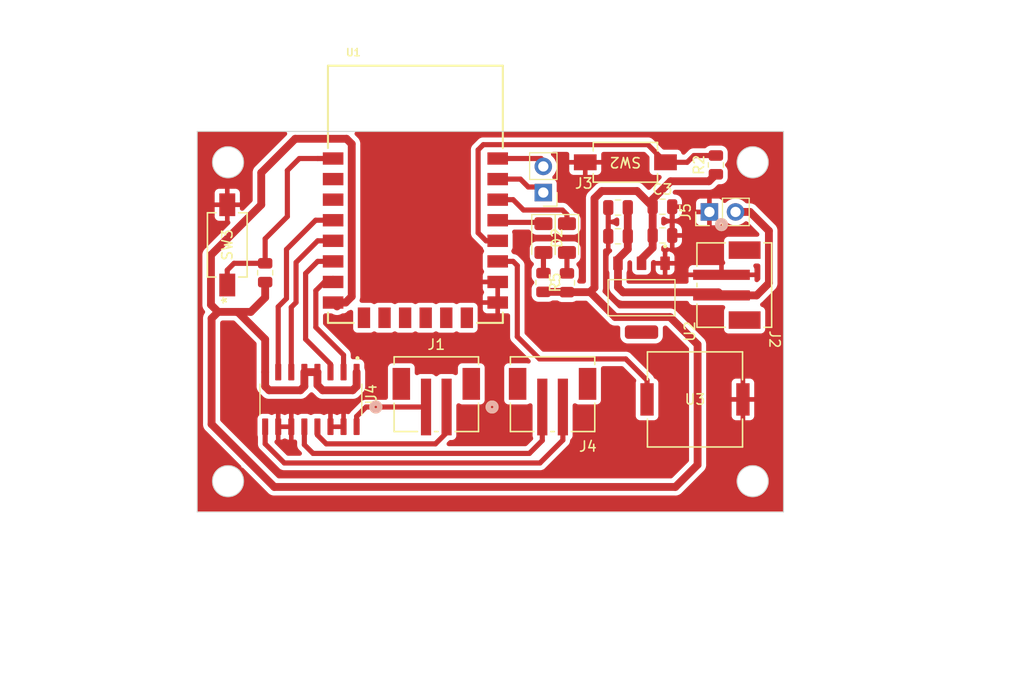
<source format=kicad_pcb>
(kicad_pcb (version 20221018) (generator pcbnew)
  (layers (0 "F.Cu" signal) (31 "B.Cu" signal) (34 "B.Paste" user) (35 "F.Paste" user) (36 "B.SilkS" user "B.Silkscreen") (37 "F.SilkS" user "F.Silkscreen") (38 "B.Mask" user) (39 "F.Mask" user) (44 "Edge.Cuts" user))
  (net 0 "")
  (net 1 "GND")
  (net 2 "VCC")
  (net 3 "/LED2")
  (net 4 "Net-(D1-A)")
  (net 5 "/LED1")
  (net 6 "Net-(J3-Pin_1)")
  (net 7 "Net-(J3-Pin_2)")
  (net 8 "Net-(U1-RST)")
  (net 9 "/boot")
  (net 11 "/buzzer")
  (net 18 "/VIN")
  (net 19 "Net-(U4A-OUTA1)")
  (net 20 "Net-(D2-A)")
  (net 21 "Net-(U4A-OUTB1)")
  (net 22 "Net-(U4A-OUTA2)")
  (net 23 "Net-(U4A-OUTB2)")
  (net 24 "/in4")
  (net 25 "/in3")
  (net 26 "/in1")
  (net 27 "/in2")
  (footprint "Capacitor_SMD:C_0805_2012Metric" (layer "F.Cu") (at 80.9098 32.4015)
    (fp_text reference "C2" hide)
    (fp_text value "C")
    (fp_line (start -0.261252 -0.735) (end 0.261252 -0.735) (stroke (width 0.12)) (layer "F.SilkS"))
    (fp_line (start -0.261252 0.735) (end 0.261252 0.735) (stroke (width 0.12)) (layer "F.SilkS"))
    (pad "1" smd roundrect (at -0.95 0) (size 1 1.45) (layers "F.Cu" "F.Paste" "F.Mask") (net 1 "GND"))
    (pad "2" smd roundrect (at 0.95 0) (size 1 1.45) (layers "F.Cu" "F.Paste" "F.Mask") (net 18 "/VIN"))
  )
  (footprint "esp_lib:CONN_B2B-PH-SM4-TBLFSN_JST" (layer "F.Cu") (at 63.246 50.546)
    (fp_text reference "J1" (at 0 -4.826 unlocked) (layer "F.SilkS"))
    (fp_text value "B2B-PH-SM4-TBLFSN" hide)
    (fp_circle (center -5.8801 1.244801) (end -5.4991 1.244801) (stroke (width 0.508)) (fill none) (layer "B.SilkS"))
    (fp_line (start -4.1021 -3.6322) (end -4.1021 -2.88734) (stroke (width 0.1524)) (layer "F.SilkS"))
    (fp_line (start -4.1021 0.87694) (end -4.1021 3.6322) (stroke (width 0.1524)) (layer "F.SilkS"))
    (fp_line (start -4.1021 3.6322) (end -1.828041 3.6322) (stroke (width 0.1524)) (layer "F.SilkS"))
    (fp_line (start -0.171961 3.6322) (end 0.171961 3.6322) (stroke (width 0.1524)) (layer "F.SilkS"))
    (fp_line (start 1.828041 3.6322) (end 4.1021 3.6322) (stroke (width 0.1524)) (layer "F.SilkS"))
    (fp_line (start 4.1021 -3.6322) (end -4.1021 -3.6322) (stroke (width 0.1524)) (layer "F.SilkS"))
    (fp_line (start 4.1021 -2.88734) (end 4.1021 -3.6322) (stroke (width 0.1524)) (layer "F.SilkS"))
    (fp_line (start 4.1021 3.6322) (end 4.1021 0.87694) (stroke (width 0.1524)) (layer "F.SilkS"))
    (fp_circle (center -5.8801 1.244801) (end -5.4991 1.244801) (stroke (width 0.508)) (fill none) (layer "F.SilkS"))
    (pad "1" smd rect (at -1.000001 1.244801) (size 0.9906 5.5118) (layers "F.Cu" "F.Paste" "F.Mask") (net 19 "Net-(U4A-OUTA1)"))
    (pad "2" smd rect (at 1.000001 1.244801) (size 0.9906 5.5118) (layers "F.Cu" "F.Paste" "F.Mask") (net 21 "Net-(U4A-OUTB1)"))
    (pad "3" smd rect (at -3.399998 -1.0052 90) (size 3.0988 1.7018) (layers "F.Cu" "F.Paste" "F.Mask"))
    (pad "4" smd rect (at 3.399998 -1.0052 90) (size 3.0988 1.7018) (layers "F.Cu" "F.Paste" "F.Mask"))
  )
  (footprint "LED_SMD:LED_1206_3216Metric" (layer "F.Cu") (at 73.66 35.368 -90)
    (fp_text reference "D2" (at 0 -1.312 90) (layer "F.SilkS"))
    (fp_text value "LED" hide)
    (fp_line (start -2.285 -1.135) (end -2.285 1.135) (stroke (width 0.12)) (layer "F.SilkS"))
    (fp_line (start -2.285 1.135) (end 1.6 1.135) (stroke (width 0.12)) (layer "F.SilkS"))
    (fp_line (start 1.6 -1.135) (end -2.285 -1.135) (stroke (width 0.12)) (layer "F.SilkS"))
    (pad "1" smd roundrect (at -1.4 0 270) (size 1.25 1.75) (layers "F.Cu" "F.Paste" "F.Mask") (roundrect_rratio 0.2) (net 5 "/LED1"))
    (pad "2" smd roundrect (at 1.4 0 270) (size 1.25 1.75) (layers "F.Cu" "F.Paste" "F.Mask") (roundrect_rratio 0.2) (net 20 "Net-(D2-A)"))
  )
  (footprint "esp_lib:ESP-12F" (layer "F.Cu") (at 61.214 31.115)
    (fp_text reference "U1" (at -6.03654 -13.788698) (layer "F.SilkS") (effects (font (size 0.700469 0.700469))))
    (fp_text value "ESP-12F")
    (fp_line (start -8.5 -12.5) (end -8.5 -4.5) (stroke (width 0.2)) (layer "F.SilkS"))
    (fp_line (start -8.5 -12.5) (end 8.5 -12.5) (stroke (width 0.2)) (layer "F.SilkS"))
    (fp_line (start -8.5 11.5) (end -8.5 12.5) (stroke (width 0.2)) (layer "F.SilkS"))
    (fp_line (start -8.5 12.5) (end -6 12.5) (stroke (width 0.2)) (layer "F.SilkS"))
    (fp_line (start 8.5 -12.5) (end 8.5 -4.5) (stroke (width 0.2)) (layer "F.SilkS"))
    (fp_line (start 8.5 12.5) (end 6 12.5) (stroke (width 0.2)) (layer "F.SilkS"))
    (fp_line (start 8.5 12.5) (end 8.5 11.5) (stroke (width 0.2)) (layer "F.SilkS"))
    (pad "1" smd rect (at -8 -3.48) (size 2 1.2) (layers "F.Cu" "F.Paste" "F.Mask") (net 8 "Net-(U1-RST)"))
    (pad "2" smd rect (at -8 -1.48) (size 2 1.2) (layers "F.Cu" "F.Paste" "F.Mask"))
    (pad "3" smd rect (at -8 0.52) (size 2 1.2) (layers "F.Cu" "F.Paste" "F.Mask"))
    (pad "4" smd rect (at -8 2.52) (size 2 1.2) (layers "F.Cu" "F.Paste" "F.Mask") (net 27 "/in2"))
    (pad "5" smd rect (at -8 4.52) (size 2 1.2) (layers "F.Cu" "F.Paste" "F.Mask") (net 26 "/in1"))
    (pad "6" smd rect (at -8 6.52) (size 2 1.2) (layers "F.Cu" "F.Paste" "F.Mask") (net 24 "/in4"))
    (pad "7" smd rect (at -8 8.52) (size 2 1.2) (layers "F.Cu" "F.Paste" "F.Mask") (net 25 "/in3"))
    (pad "8" smd rect (at -8 10.52) (size 2 1.2) (layers "F.Cu" "F.Paste" "F.Mask") (net 2 "VCC"))
    (pad "9" smd rect (at -5 12 90) (size 2 1.2) (layers "F.Cu" "F.Paste" "F.Mask"))
    (pad "10" smd rect (at -3 12 90) (size 2 1.2) (layers "F.Cu" "F.Paste" "F.Mask"))
    (pad "11" smd rect (at -1 12 90) (size 2 1.2) (layers "F.Cu" "F.Paste" "F.Mask"))
    (pad "12" smd rect (at 1 12 90) (size 2 1.2) (layers "F.Cu" "F.Paste" "F.Mask"))
    (pad "13" smd rect (at 3 12 90) (size 2 1.2) (layers "F.Cu" "F.Paste" "F.Mask"))
    (pad "14" smd rect (at 5 12 90) (size 2 1.2) (layers "F.Cu" "F.Paste" "F.Mask"))
    (pad "15" smd rect (at 8 10.52) (size 2 1.2) (layers "F.Cu" "F.Paste" "F.Mask") (net 1 "GND"))
    (pad "16" smd rect (at 8 8.52) (size 2 1.2) (layers "F.Cu" "F.Paste" "F.Mask") (net 1 "GND"))
    (pad "17" smd rect (at 8 6.52) (size 2 1.2) (layers "F.Cu" "F.Paste" "F.Mask") (net 11 "/buzzer"))
    (pad "18" smd rect (at 8 4.52) (size 2 1.2) (layers "F.Cu" "F.Paste" "F.Mask") (net 9 "/boot"))
    (pad "19" smd rect (at 8 2.52) (size 2 1.2) (layers "F.Cu" "F.Paste" "F.Mask") (net 5 "/LED1"))
    (pad "20" smd rect (at 8 0.52) (size 2 1.2) (layers "F.Cu" "F.Paste" "F.Mask") (net 3 "/LED2"))
    (pad "21" smd rect (at 8 -1.48) (size 2 1.2) (layers "F.Cu" "F.Paste" "F.Mask") (net 6 "Net-(J3-Pin_1)"))
    (pad "22" smd rect (at 8 -3.48) (size 2 1.2) (layers "F.Cu" "F.Paste" "F.Mask") (net 7 "Net-(J3-Pin_2)"))
  )
  (footprint "esp_lib:RS-282G05A3-SM RT_CNK" (layer "F.Cu") (at 42.926 36.031698 90)
    (fp_text reference "SW3" (at 0 0 90 unlocked) (layer "F.SilkS"))
    (fp_text value "RS-282G05A3-SM RT")
    (fp_text user "*" (at -5.3866 0 90 unlocked) (layer "F.SilkS"))
    (fp_text user "*" (at -5.3866 0 90) (layer "F.SilkS"))
    (fp_line (start -3.1242 -1.9304) (end -3.1242 -1.10744) (stroke (width 0.1524)) (layer "F.SilkS"))
    (fp_line (start -3.1242 1.10744) (end -3.1242 1.9304) (stroke (width 0.1524)) (layer "F.SilkS"))
    (fp_line (start -3.1242 1.9304) (end 3.1242 1.9304) (stroke (width 0.1524)) (layer "F.SilkS"))
    (fp_line (start 3.1242 -1.9304) (end -3.1242 -1.9304) (stroke (width 0.1524)) (layer "F.SilkS"))
    (fp_line (start 3.1242 -1.10744) (end 3.1242 -1.9304) (stroke (width 0.1524)) (layer "F.SilkS"))
    (fp_line (start 3.1242 1.9304) (end 3.1242 1.10744) (stroke (width 0.1524)) (layer "F.SilkS"))
    (pad "1" smd rect (at -3.900698 0 90) (size 2.2098 1.5494) (layers "F.Cu" "F.Paste" "F.Mask") (net 8 "Net-(U1-RST)"))
    (pad "2" smd rect (at 3.900698 0 90) (size 2.2098 1.5494) (layers "F.Cu" "F.Paste" "F.Mask") (net 1 "GND"))
  )
  (footprint "Resistor_SMD:R_0805_2012Metric" (layer "F.Cu") (at 90.424 28.256 90)
    (fp_text reference "R2" (at 0 -1.65 90) (layer "F.SilkS"))
    (fp_text value "R")
    (fp_line (start -0.227064 -0.735) (end 0.227064 -0.735) (stroke (width 0.12)) (layer "F.SilkS"))
    (fp_line (start -0.227064 0.735) (end 0.227064 0.735) (stroke (width 0.12)) (layer "F.SilkS"))
    (pad "1" smd roundrect (at -0.9125 0 90) (size 1.025 1.4) (layers "F.Cu" "F.Paste" "F.Mask") (roundrect_rratio 0.243902439) (net 2 "VCC"))
    (pad "2" smd roundrect (at 0.9125 0 90) (size 1.025 1.4) (layers "F.Cu" "F.Paste" "F.Mask") (roundrect_rratio 0.243902439) (net 9 "/boot"))
  )
  (footprint "Connector_PinHeader_2.54mm:PinHeader_1x02_P2.54mm_Vertical" (layer "F.Cu") (at 89.7948 32.828 90)
    (fp_text reference "J5" (at 0 -2.33 90) (layer "F.SilkS"))
    (fp_text value "Conn_01x02_Pin")
    (fp_line (start -1.33 -1.33) (end 0 -1.33) (stroke (width 0.12)) (layer "F.SilkS"))
    (fp_line (start -1.33 0) (end -1.33 -1.33) (stroke (width 0.12)) (layer "F.SilkS"))
    (fp_line (start -1.33 1.27) (end -1.33 3.87) (stroke (width 0.12)) (layer "F.SilkS"))
    (fp_line (start -1.33 1.27) (end 1.33 1.27) (stroke (width 0.12)) (layer "F.SilkS"))
    (fp_line (start -1.33 3.87) (end 1.33 3.87) (stroke (width 0.12)) (layer "F.SilkS"))
    (fp_line (start 1.33 1.27) (end 1.33 3.87) (stroke (width 0.12)) (layer "F.SilkS"))
    (pad "1" thru_hole rect (at 0 0 90) (size 1.7 1.7) (drill 1) (layers "*.Cu" "*.Mask") (net 1 "GND"))
    (pad "2" thru_hole oval (at 0 2.54 90) (size 1.7 1.7) (drill 1) (layers "*.Cu" "*.Mask") (net 18 "/VIN"))
  )
  (footprint "Resistor_SMD:R_0805_2012Metric" (layer "F.Cu") (at 46.609 38.735 -90)
    (fp_text reference "R1" hide)
    (fp_text value "R" hide)
    (fp_line (start -0.227064 -0.735) (end 0.227064 -0.735) (stroke (width 0.12)) (layer "F.SilkS"))
    (fp_line (start -0.227064 0.735) (end 0.227064 0.735) (stroke (width 0.12)) (layer "F.SilkS"))
    (pad "1" smd roundrect (at -0.9125 0 270) (size 1.025 1.4) (layers "F.Cu" "F.Paste" "F.Mask") (roundrect_rratio 0.243902439) (net 8 "Net-(U1-RST)"))
    (pad "2" smd roundrect (at 0.9125 0 270) (size 1.025 1.4) (layers "F.Cu" "F.Paste" "F.Mask") (roundrect_rratio 0.243902439) (net 2 "VCC"))
  )
  (footprint "esp_lib:SM_CPT_9X9_CUD" (layer "F.Cu") (at 88.392 51.054)
    (fp_text reference "U3" (at 0 0 unlocked) (layer "F.SilkS"))
    (fp_text value "CPT-9019S-SMT-TR")
    (fp_line (start -4.6228 -4.6228) (end -4.6228 -1.90754) (stroke (width 0.1524)) (layer "F.SilkS"))
    (fp_line (start -4.6228 1.90754) (end -4.6228 4.6228) (stroke (width 0.1524)) (layer "F.SilkS"))
    (fp_line (start -4.6228 4.6228) (end 4.6228 4.6228) (stroke (width 0.1524)) (layer "F.SilkS"))
    (fp_line (start 4.6228 -4.6228) (end -4.6228 -4.6228) (stroke (width 0.1524)) (layer "F.SilkS"))
    (fp_line (start 4.6228 -1.90754) (end 4.6228 -4.6228) (stroke (width 0.1524)) (layer "F.SilkS"))
    (fp_line (start 4.6228 4.6228) (end 4.6228 1.90754) (stroke (width 0.1524)) (layer "F.SilkS"))
    (pad "1" smd rect (at -4.6609 0) (size 1.2954 3.1496) (layers "F.Cu" "F.Paste" "F.Mask") (net 11 "/buzzer"))
    (pad "2" smd rect (at 4.6609 0) (size 1.2954 3.1496) (layers "F.Cu" "F.Paste" "F.Mask") (net 1 "GND"))
  )
  (footprint "Capacitor_SMD:C_0805_2012Metric" (layer "F.Cu") (at 85.2278 32.32)
    (fp_text reference "C3" (at 0 -1.68) (layer "F.SilkS"))
    (fp_text value "C")
    (fp_line (start -0.261252 -0.735) (end 0.261252 -0.735) (stroke (width 0.12)) (layer "F.SilkS"))
    (fp_line (start -0.261252 0.735) (end 0.261252 0.735) (stroke (width 0.12)) (layer "F.SilkS"))
    (pad "1" smd roundrect (at -0.95 0) (size 1 1.45) (layers "F.Cu" "F.Paste" "F.Mask") (net 2 "VCC"))
    (pad "2" smd roundrect (at 0.95 0) (size 1 1.45) (layers "F.Cu" "F.Paste" "F.Mask") (net 1 "GND"))
  )
  (footprint "esp_lib:SOT229P700X180-4N" (layer "F.Cu") (at 83.1958 41.1645 -90)
    (fp_text reference "U2" (at 3.2755 -4.695 90) (layer "F.SilkS"))
    (fp_text value "AMS1117-3.3" hide)
    (fp_line (start -1.7525 -3.2525) (end 1.7525 -3.2525) (stroke (width 0.127)) (layer "F.SilkS"))
    (fp_line (start -1.7525 3.2525) (end -1.7525 -3.2525) (stroke (width 0.127)) (layer "F.SilkS"))
    (fp_line (start 1.7525 -3.2525) (end 1.7525 3.2525) (stroke (width 0.127)) (layer "F.SilkS"))
    (fp_line (start 1.7525 3.2525) (end -1.7525 3.2525) (stroke (width 0.127)) (layer "F.SilkS"))
    (fp_circle (center -5 -2.29) (end -4.9 -2.29) (stroke (width 0.2)) (fill none) (layer "F.SilkS"))
    (pad "1" smd roundrect (at -3.345 -2.29 270) (size 1.31 0.93) (layers "F.Cu" "F.Paste" "F.Mask") (roundrect_rratio 0.07) (net 1 "GND"))
    (pad "2" smd roundrect (at -3.345 0 270) (size 1.31 0.93) (layers "F.Cu" "F.Paste" "F.Mask") (roundrect_rratio 0.07) (net 2 "VCC"))
    (pad "3" smd roundrect (at -3.345 2.29 270) (size 1.31 0.93) (layers "F.Cu" "F.Paste" "F.Mask") (roundrect_rratio 0.07) (net 18 "/VIN"))
    (pad "4" smd roundrect (at 3.345 0 270) (size 1.31 3.24) (layers "F.Cu" "F.Paste" "F.Mask") (roundrect_rratio 0.24))
  )
  (footprint "LED_SMD:LED_1206_3216Metric" (layer "F.Cu") (at 75.946 35.368 -90)
    (fp_text reference "D1" hide)
    (fp_text value "LED" hide)
    (fp_line (start -2.285 -1.135) (end -2.285 1.135) (stroke (width 0.12)) (layer "F.SilkS"))
    (fp_line (start -2.285 1.135) (end 1.6 1.135) (stroke (width 0.12)) (layer "F.SilkS"))
    (fp_line (start 1.6 -1.135) (end -2.285 -1.135) (stroke (width 0.12)) (layer "F.SilkS"))
    (pad "1" smd roundrect (at -1.4 0 270) (size 1.25 1.75) (layers "F.Cu" "F.Paste" "F.Mask") (roundrect_rratio 0.2) (net 3 "/LED2"))
    (pad "2" smd roundrect (at 1.4 0 270) (size 1.25 1.75) (layers "F.Cu" "F.Paste" "F.Mask") (roundrect_rratio 0.2) (net 4 "Net-(D1-A)"))
  )
  (footprint "esp_lib:MX1508" (layer "F.Cu") (at 51.054 51.054 -90)
    (fp_text reference "U4" (at -0.485 -5.872 90) (layer "F.SilkS"))
    (fp_text value "MX1508")
    (fp_line (start -1.5 -4.95) (end 1.5 -4.95) (stroke (width 0.127)) (layer "F.SilkS"))
    (fp_line (start -1.5 4.95) (end 1.5 4.95) (stroke (width 0.127)) (layer "F.SilkS"))
    (fp_circle (center -4.011 -4.527) (end -3.911 -4.527) (stroke (width 0.2)) (fill none) (layer "F.SilkS"))
    (pad "1" smd roundrect (at -2.655 -4.445 270) (size 1.61 0.59) (layers "F.Cu" "F.Paste" "F.Mask") (roundrect_rratio 0.125) (net 2 "VCC"))
    (pad "2" smd roundrect (at -2.655 -3.175 270) (size 1.61 0.59) (layers "F.Cu" "F.Paste" "F.Mask") (roundrect_rratio 0.125) (net 25 "/in3"))
    (pad "3" smd roundrect (at -2.655 -1.905 270) (size 1.61 0.59) (layers "F.Cu" "F.Paste" "F.Mask") (roundrect_rratio 0.125) (net 24 "/in4"))
    (pad "4" smd roundrect (at -2.655 -0.635 270) (size 1.61 0.59) (layers "F.Cu" "F.Paste" "F.Mask") (roundrect_rratio 0.125) (net 2 "VCC"))
    (pad "5" smd roundrect (at -2.655 0.635 270) (size 1.61 0.59) (layers "F.Cu" "F.Paste" "F.Mask") (roundrect_rratio 0.125) (net 2 "VCC"))
    (pad "6" smd roundrect (at -2.655 1.905 270) (size 1.61 0.59) (layers "F.Cu" "F.Paste" "F.Mask") (roundrect_rratio 0.125) (net 26 "/in1"))
    (pad "7" smd roundrect (at -2.655 3.175 270) (size 1.61 0.59) (layers "F.Cu" "F.Paste" "F.Mask") (roundrect_rratio 0.125) (net 27 "/in2"))
    (pad "8" smd roundrect (at -2.655 4.445 270) (size 1.61 0.59) (layers "F.Cu" "F.Paste" "F.Mask") (roundrect_rratio 0.125) (net 2 "VCC"))
    (pad "9" smd roundrect (at 2.655 4.445 270) (size 1.61 0.59) (layers "F.Cu" "F.Paste" "F.Mask") (roundrect_rratio 0.125) (net 23 "Net-(U4A-OUTB2)"))
    (pad "10" smd roundrect (at 2.655 3.175 270) (size 1.61 0.59) (layers "F.Cu" "F.Paste" "F.Mask") (roundrect_rratio 0.125) (net 1 "GND"))
    (pad "11" smd roundrect (at 2.655 1.905 270) (size 1.61 0.59) (layers "F.Cu" "F.Paste" "F.Mask") (roundrect_rratio 0.125) (net 1 "GND"))
    (pad "12" smd roundrect (at 2.655 0.635 270) (size 1.61 0.59) (layers "F.Cu" "F.Paste" "F.Mask") (roundrect_rratio 0.125) (net 22 "Net-(U4A-OUTA2)"))
    (pad "13" smd roundrect (at 2.655 -0.635 270) (size 1.61 0.59) (layers "F.Cu" "F.Paste" "F.Mask") (roundrect_rratio 0.125) (net 21 "Net-(U4A-OUTB1)"))
    (pad "14" smd roundrect (at 2.655 -1.905 270) (size 1.61 0.59) (layers "F.Cu" "F.Paste" "F.Mask") (roundrect_rratio 0.125) (net 1 "GND"))
    (pad "15" smd roundrect (at 2.655 -3.175 270) (size 1.61 0.59) (layers "F.Cu" "F.Paste" "F.Mask") (roundrect_rratio 0.125) (net 1 "GND"))
    (pad "16" smd roundrect (at 2.655 -4.445 270) (size 1.61 0.59) (layers "F.Cu" "F.Paste" "F.Mask") (roundrect_rratio 0.125) (net 19 "Net-(U4A-OUTA1)"))
  )
  (footprint "Capacitor_SMD:C_0805_2012Metric" (layer "F.Cu") (at 85.2278 35.114)
    (fp_text reference "C4" hide)
    (fp_text value "C")
    (fp_line (start -0.261252 -0.735) (end 0.261252 -0.735) (stroke (width 0.12)) (layer "F.SilkS"))
    (fp_line (start -0.261252 0.735) (end 0.261252 0.735) (stroke (width 0.12)) (layer "F.SilkS"))
    (pad "1" smd roundrect (at -0.95 0) (size 1 1.45) (layers "F.Cu" "F.Paste" "F.Mask") (net 2 "VCC"))
    (pad "2" smd roundrect (at 0.95 0) (size 1 1.45) (layers "F.Cu" "F.Paste" "F.Mask") (net 1 "GND"))
  )
  (footprint "esp_lib:CONN_B2B-PH-SM4-TBLFSN_JST" (layer "F.Cu") (at 92.2128 39.94 -90)
    (fp_text reference "J2" (at 5.272 -3.9262 -90 unlocked) (layer "F.SilkS"))
    (fp_text value "B2B-PH-SM4-TBLFSN" hide)
    (fp_circle (center -5.8801 1.244801) (end -5.4991 1.244801) (stroke (width 0.508)) (fill none) (layer "B.SilkS"))
    (fp_line (start -4.1021 -3.6322) (end -4.1021 -2.88734) (stroke (width 0.1524)) (layer "F.SilkS"))
    (fp_line (start -4.1021 0.87694) (end -4.1021 3.6322) (stroke (width 0.1524)) (layer "F.SilkS"))
    (fp_line (start -4.1021 3.6322) (end -1.828041 3.6322) (stroke (width 0.1524)) (layer "F.SilkS"))
    (fp_line (start -0.171961 3.6322) (end 0.171961 3.6322) (stroke (width 0.1524)) (layer "F.SilkS"))
    (fp_line (start 1.828041 3.6322) (end 4.1021 3.6322) (stroke (width 0.1524)) (layer "F.SilkS"))
    (fp_line (start 4.1021 -3.6322) (end -4.1021 -3.6322) (stroke (width 0.1524)) (layer "F.SilkS"))
    (fp_line (start 4.1021 -2.88734) (end 4.1021 -3.6322) (stroke (width 0.1524)) (layer "F.SilkS"))
    (fp_line (start 4.1021 3.6322) (end 4.1021 0.87694) (stroke (width 0.1524)) (layer "F.SilkS"))
    (fp_circle (center -5.8801 1.244801) (end -5.4991 1.244801) (stroke (width 0.508)) (fill none) (layer "F.SilkS"))
    (pad "1" smd rect (at -1.000001 1.244801 270) (size 0.9906 5.5118) (layers "F.Cu" "F.Paste" "F.Mask") (net 1 "GND"))
    (pad "2" smd rect (at 1.000001 1.244801 270) (size 0.9906 5.5118) (layers "F.Cu" "F.Paste" "F.Mask") (net 18 "/VIN"))
    (pad "3" smd rect (at -3.399998 -1.0052) (size 3.0988 1.7018) (layers "F.Cu" "F.Paste" "F.Mask"))
    (pad "4" smd rect (at 3.399998 -1.0052) (size 3.0988 1.7018) (layers "F.Cu" "F.Paste" "F.Mask"))
  )
  (footprint "Resistor_SMD:R_0805_2012Metric" (layer "F.Cu") (at 75.946 39.7125 90)
    (fp_text reference "R7" hide)
    (fp_text value "R" hide)
    (fp_line (start -0.227064 -0.735) (end 0.227064 -0.735) (stroke (width 0.12)) (layer "F.SilkS"))
    (fp_line (start -0.227064 0.735) (end 0.227064 0.735) (stroke (width 0.12)) (layer "F.SilkS"))
    (pad "1" smd roundrect (at -0.9125 0 90) (size 1.025 1.4) (layers "F.Cu" "F.Paste" "F.Mask") (roundrect_rratio 0.243902439) (net 2 "VCC"))
    (pad "2" smd roundrect (at 0.9125 0 90) (size 1.025 1.4) (layers "F.Cu" "F.Paste" "F.Mask") (roundrect_rratio 0.243902439) (net 4 "Net-(D1-A)"))
  )
  (footprint "Capacitor_SMD:C_0805_2012Metric" (layer "F.Cu") (at 80.9098 35.1955)
    (fp_text reference "C1" hide)
    (fp_text value "C")
    (fp_line (start -0.261252 -0.735) (end 0.261252 -0.735) (stroke (width 0.12)) (layer "F.SilkS"))
    (fp_line (start -0.261252 0.735) (end 0.261252 0.735) (stroke (width 0.12)) (layer "F.SilkS"))
    (pad "1" smd roundrect (at -0.95 0) (size 1 1.45) (layers "F.Cu" "F.Paste" "F.Mask") (net 1 "GND"))
    (pad "2" smd roundrect (at 0.95 0) (size 1 1.45) (layers "F.Cu" "F.Paste" "F.Mask") (net 18 "/VIN"))
  )
  (footprint "esp_lib:RS-282G05A3-SM RT_CNK" (layer "F.Cu") (at 81.624698 28.002 180)
    (fp_text reference "SW2" (at 0 0 180 unlocked) (layer "F.SilkS"))
    (fp_text value "RS-282G05A3-SM RT")
    (fp_line (start -3.1242 -1.9304) (end -3.1242 -1.10744) (stroke (width 0.1524)) (layer "F.SilkS"))
    (fp_line (start -3.1242 1.10744) (end -3.1242 1.9304) (stroke (width 0.1524)) (layer "F.SilkS"))
    (fp_line (start -3.1242 1.9304) (end 3.1242 1.9304) (stroke (width 0.1524)) (layer "F.SilkS"))
    (fp_line (start 3.1242 -1.9304) (end -3.1242 -1.9304) (stroke (width 0.1524)) (layer "F.SilkS"))
    (fp_line (start 3.1242 -1.10744) (end 3.1242 -1.9304) (stroke (width 0.1524)) (layer "F.SilkS"))
    (fp_line (start 3.1242 1.9304) (end 3.1242 1.10744) (stroke (width 0.1524)) (layer "F.SilkS"))
    (pad "1" smd rect (at -3.900698 0 180) (size 2.2098 1.5494) (layers "F.Cu" "F.Paste" "F.Mask") (net 9 "/boot"))
    (pad "2" smd rect (at 3.900698 0 180) (size 2.2098 1.5494) (layers "F.Cu" "F.Paste" "F.Mask") (net 1 "GND"))
  )
  (footprint "esp_lib:CONN_B2B-PH-SM4-TBLFSN_JST" (layer "F.Cu") (at 74.549 50.546)
    (fp_text reference "J4" (at 3.429 5.08 unlocked) (layer "F.SilkS"))
    (fp_text value "B2B-PH-SM4-TBLFSN" hide)
    (fp_circle (center -5.8801 1.244801) (end -5.4991 1.244801) (stroke (width 0.508)) (fill none) (layer "B.SilkS"))
    (fp_line (start -4.1021 -3.6322) (end -4.1021 -2.88734) (stroke (width 0.1524)) (layer "F.SilkS"))
    (fp_line (start -4.1021 0.87694) (end -4.1021 3.6322) (stroke (width 0.1524)) (layer "F.SilkS"))
    (fp_line (start -4.1021 3.6322) (end -1.828041 3.6322) (stroke (width 0.1524)) (layer "F.SilkS"))
    (fp_line (start -0.171961 3.6322) (end 0.171961 3.6322) (stroke (width 0.1524)) (layer "F.SilkS"))
    (fp_line (start 1.828041 3.6322) (end 4.1021 3.6322) (stroke (width 0.1524)) (layer "F.SilkS"))
    (fp_line (start 4.1021 -3.6322) (end -4.1021 -3.6322) (stroke (width 0.1524)) (layer "F.SilkS"))
    (fp_line (start 4.1021 -2.88734) (end 4.1021 -3.6322) (stroke (width 0.1524)) (layer "F.SilkS"))
    (fp_line (start 4.1021 3.6322) (end 4.1021 0.87694) (stroke (width 0.1524)) (layer "F.SilkS"))
    (fp_circle (center -5.8801 1.244801) (end -5.4991 1.244801) (stroke (width 0.508)) (fill none) (layer "F.SilkS"))
    (pad "1" smd rect (at -1.000001 1.244801) (size 0.9906 5.5118) (layers "F.Cu" "F.Paste" "F.Mask") (net 22 "Net-(U4A-OUTA2)"))
    (pad "2" smd rect (at 1.000001 1.244801) (size 0.9906 5.5118) (layers "F.Cu" "F.Paste" "F.Mask") (net 23 "Net-(U4A-OUTB2)"))
    (pad "3" smd rect (at -3.399998 -1.0052 90) (size 3.0988 1.7018) (layers "F.Cu" "F.Paste" "F.Mask"))
    (pad "4" smd rect (at 3.399998 -1.0052 90) (size 3.0988 1.7018) (layers "F.Cu" "F.Paste" "F.Mask"))
  )
  (footprint "Connector_PinHeader_2.54mm:PinHeader_1x02_P2.54mm_Vertical" (layer "F.Cu") (at 73.647968 30.944 180)
    (fp_text reference "J3" (at -3.937 0.889 180) (layer "F.SilkS"))
    (fp_text value "Conn_01x02_Pin" hide)
    (fp_line (start -1.33 -1.33) (end 0 -1.33) (stroke (width 0.12)) (layer "F.SilkS"))
    (fp_line (start -1.33 0) (end -1.33 -1.33) (stroke (width 0.12)) (layer "F.SilkS"))
    (fp_line (start -1.33 1.27) (end -1.33 3.87) (stroke (width 0.12)) (layer "F.SilkS"))
    (fp_line (start -1.33 1.27) (end 1.33 1.27) (stroke (width 0.12)) (layer "F.SilkS"))
    (fp_line (start -1.33 3.87) (end 1.33 3.87) (stroke (width 0.12)) (layer "F.SilkS"))
    (fp_line (start 1.33 1.27) (end 1.33 3.87) (stroke (width 0.12)) (layer "F.SilkS"))
    (pad "1" thru_hole rect (at 0 0 180) (size 1.7 1.7) (drill 1) (layers "*.Cu" "*.Mask") (net 6 "Net-(J3-Pin_1)"))
    (pad "2" thru_hole oval (at 0 2.54 180) (size 1.7 1.7) (drill 1) (layers "*.Cu" "*.Mask") (net 7 "Net-(J3-Pin_2)"))
  )
  (footprint "Resistor_SMD:R_0805_2012Metric" (layer "F.Cu") (at 73.66 39.686 -90)
    (fp_text reference "R5" (at 0 -1.142 90) (layer "F.SilkS"))
    (fp_text value "R" hide)
    (fp_line (start -0.227064 -0.735) (end 0.227064 -0.735) (stroke (width 0.12)) (layer "F.SilkS"))
    (fp_line (start -0.227064 0.735) (end 0.227064 0.735) (stroke (width 0.12)) (layer "F.SilkS"))
    (pad "1" smd roundrect (at -0.9125 0 270) (size 1.025 1.4) (layers "F.Cu" "F.Paste" "F.Mask") (roundrect_rratio 0.243902439) (net 20 "Net-(D2-A)"))
    (pad "2" smd roundrect (at 0.9125 0 270) (size 1.025 1.4) (layers "F.Cu" "F.Paste" "F.Mask") (roundrect_rratio 0.243902439) (net 2 "VCC"))
  )
  (gr_circle (center 43 28) (end 44.51 28) (stroke (width 0.1)) (fill none) (layer "Edge.Cuts"))
  (gr_circle (center 94 59) (end 95.51 59) (stroke (width 0.1)) (fill none) (layer "Edge.Cuts"))
  (gr_circle (center 94 28) (end 95.51 28) (stroke (width 0.1)) (fill none) (layer "Edge.Cuts"))
  (gr_circle (center 43 59) (end 44.51 59) (stroke (width 0.1)) (fill none) (layer "Edge.Cuts"))
  (gr_rect (start 40 25) (end 97 62) (stroke (width 0.1)) (fill none) (layer "Edge.Cuts"))
  (segment (start 79.9598 32.4015) (end 79.9598 35.1955) (width 0.5) (layer "F.Cu") (net 1))
  (segment (start 86.1778 32.32) (end 86.1778 35.114) (width 0.5) (layer "F.Cu") (net 1))
  (segment (start 51.689 49.657) (end 51.689 48.399) (width 0.762) (layer "F.Cu") (net 2))
  (segment (start 53.214 41.635) (end 54.436 41.635) (width 0.762) (layer "F.Cu") (net 2))
  (segment (start 54.517 25.716) (end 49.53 25.716) (width 0.762) (layer "F.Cu") (net 2))
  (segment (start 55.025 41.046) (end 55.025 26.224) (width 0.762) (layer "F.Cu") (net 2))
  (segment (start 78.6238 40.185) (end 78.6238 31.505092) (width 0.762) (layer "F.Cu") (net 2))
  (segment (start 55.499 49.784) (end 55.118 50.165) (width 0.762) (layer "F.Cu") (net 2))
  (segment (start 86.0278 29.845) (end 89.7475 29.845) (width 0.762) (layer "F.Cu") (net 2))
  (segment (start 88.646 45.72) (end 85.9695 43.0435) (width 0.762) (layer "F.Cu") (net 2))
  (segment (start 46.609 49.784) (end 46.99 50.165) (width 0.762) (layer "F.Cu") (net 2))
  (segment (start 50.038 50.165) (end 50.419 49.784) (width 0.762) (layer "F.Cu") (net 2))
  (segment (start 46.228 29.018) (end 46.228 32.131) (width 0.762) (layer "F.Cu") (net 2))
  (segment (start 43.814996 42.545) (end 43.942 42.545) (width 0.762) (layer "F.Cu") (net 2))
  (segment (start 84.2778 36.318) (end 84.2778 35.114) (width 0.762) (layer "F.Cu") (net 2))
  (segment (start 50.419 49.784) (end 50.419 48.399) (width 0.762) (layer "F.Cu") (net 2))
  (segment (start 86.487 59.563) (end 88.646 57.404) (width 0.762) (layer "F.Cu") (net 2))
  (segment (start 54.436 41.635) (end 55.025 41.046) (width 0.762) (layer "F.Cu") (net 2))
  (segment (start 73.66 40.5985) (end 75.9195 40.5985) (width 0.762) (layer "F.Cu") (net 2))
  (segment (start 79.332892 30.796) (end 82.7538 30.796) (width 0.762) (layer "F.Cu") (net 2))
  (segment (start 41.402 43.180004) (end 41.402 53.467) (width 0.762) (layer "F.Cu") (net 2))
  (segment (start 89.7475 29.845) (end 90.424 29.1685) (width 0.762) (layer "F.Cu") (net 2))
  (segment (start 83.1958 37.4) (end 84.2778 36.318) (width 0.762) (layer "F.Cu") (net 2))
  (segment (start 80.6355 43.0435) (end 78.217 40.625) (width 0.762) (layer "F.Cu") (net 2))
  (segment (start 52.197 50.165) (end 51.689 49.657) (width 0.762) (layer "F.Cu") (net 2))
  (segment (start 82.7538 30.796) (end 84.2778 32.32) (width 0.762) (layer "F.Cu") (net 2))
  (segment (start 83.1958 37.8195) (end 83.1958 37.4) (width 0.762) (layer "F.Cu") (net 2))
  (segment (start 53.214 41.635) (end 53.594 42.015) (width 0.762) (layer "F.Cu") (net 2))
  (segment (start 76.2 40.625) (end 78.046 40.625) (width 0.762) (layer "F.Cu") (net 2))
  (segment (start 78.217 40.625) (end 78.1838 40.625) (width 0.762) (layer "F.Cu") (net 2))
  (segment (start 46.609 41.148) (end 46.609 39.6475) (width 0.762) (layer "F.Cu") (net 2))
  (segment (start 78.6238 31.505092) (end 79.332892 30.796) (width 0.762) (layer "F.Cu") (net 2))
  (segment (start 84.2778 32.32) (end 84.2778 31.595) (width 0.762) (layer "F.Cu") (net 2))
  (segment (start 55.118 50.165) (end 52.197 50.165) (width 0.762) (layer "F.Cu") (net 2))
  (segment (start 78.1838 40.625) (end 78.6238 40.185) (width 0.762) (layer "F.Cu") (net 2))
  (segment (start 49.53 25.716) (end 46.228 29.018) (width 0.762) (layer "F.Cu") (net 2))
  (segment (start 46.609 48.399) (end 46.609 49.784) (width 0.762) (layer "F.Cu") (net 2))
  (segment (start 55.025 26.224) (end 54.517 25.716) (width 0.762) (layer "F.Cu") (net 2))
  (segment (start 84.2778 31.595) (end 86.0278 29.845) (width 0.762) (layer "F.Cu") (net 2))
  (segment (start 47.498 59.563) (end 86.487 59.563) (width 0.762) (layer "F.Cu") (net 2))
  (segment (start 46.99 50.165) (end 50.038 50.165) (width 0.762) (layer "F.Cu") (net 2))
  (segment (start 50.419 48.399) (end 51.689 48.399) (width 0.762) (layer "F.Cu") (net 2))
  (segment (start 46.228 32.131) (end 41.3403 37.0187) (width 0.762) (layer "F.Cu") (net 2))
  (segment (start 41.3403 37.0187) (end 41.3403 41.848296) (width 0.762) (layer "F.Cu") (net 2))
  (segment (start 75.9195 40.5985) (end 75.946 40.625) (width 0.762) (layer "F.Cu") (net 2))
  (segment (start 41.402 53.467) (end 47.498 59.563) (width 0.762) (layer "F.Cu") (net 2))
  (segment (start 42.037004 42.545) (end 43.814996 42.545) (width 0.762) (layer "F.Cu") (net 2))
  (segment (start 41.3403 41.848296) (end 42.037004 42.545) (width 0.762) (layer "F.Cu") (net 2))
  (segment (start 85.9695 43.0435) (end 80.6355 43.0435) (width 0.762) (layer "F.Cu") (net 2))
  (segment (start 43.942 42.545) (end 45.212 42.545) (width 0.762) (layer "F.Cu") (net 2))
  (segment (start 88.646 57.404) (end 88.646 45.72) (width 0.762) (layer "F.Cu") (net 2))
  (segment (start 43.942 42.545) (end 46.609 45.212) (width 0.762) (layer "F.Cu") (net 2))
  (segment (start 46.609 45.212) (end 46.609 48.399) (width 0.762) (layer "F.Cu") (net 2))
  (segment (start 42.037004 42.545) (end 41.402 43.180004) (width 0.762) (layer "F.Cu") (net 2))
  (segment (start 45.212 42.545) (end 46.609 41.148) (width 0.762) (layer "F.Cu") (net 2))
  (segment (start 76.1735 40.5985) (end 76.2 40.625) (width 0.762) (layer "F.Cu") (net 2))
  (segment (start 55.499 48.399) (end 55.499 49.784) (width 0.762) (layer "F.Cu") (net 2))
  (segment (start 84.2778 32.32) (end 84.2778 35.114) (width 0.762) (layer "F.Cu") (net 2))
  (segment (start 75.7165 40.625) (end 76.2 40.625) (width 0.762) (layer "F.Cu") (net 2))
  (segment (start 75.946 33.968) (end 75.946 33.082) (width 0.5) (layer "F.Cu") (net 3))
  (segment (start 71.722 32.643) (end 70.714 31.635) (width 0.5) (layer "F.Cu") (net 3))
  (segment (start 70.714 31.635) (end 69.214 31.635) (width 0.5) (layer "F.Cu") (net 3))
  (segment (start 75.946 33.082) (end 75.507 32.643) (width 0.5) (layer "F.Cu") (net 3))
  (segment (start 75.507 32.643) (end 71.722 32.643) (width 0.5) (layer "F.Cu") (net 3))
  (segment (start 75.946 36.768) (end 75.946 38.8) (width 0.5) (layer "F.Cu") (net 4))
  (segment (start 73.536 33.844) (end 73.66 33.968) (width 0.5) (layer "F.Cu") (net 5))
  (segment (start 69.423 33.844) (end 73.536 33.844) (width 0.5) (layer "F.Cu") (net 5))
  (segment (start 69.214 33.635) (end 69.423 33.844) (width 0.5) (layer "F.Cu") (net 5))
  (segment (start 71.418 29.635) (end 72.187 30.404) (width 0.5) (layer "F.Cu") (net 6))
  (segment (start 72.187 30.404) (end 73.66 30.404) (width 0.5) (layer "F.Cu") (net 6))
  (segment (start 69.214 29.635) (end 71.418 29.635) (width 0.5) (layer "F.Cu") (net 6))
  (segment (start 69.214 27.635) (end 73.431 27.635) (width 0.5) (layer "F.Cu") (net 7))
  (segment (start 73.431 27.635) (end 73.66 27.864) (width 0.5) (layer "F.Cu") (net 7))
  (segment (start 69.443 27.864) (end 69.214 27.635) (width 0.5) (layer "F.Cu") (net 7))
  (segment (start 42.926 38.481) (end 43.5845 37.8225) (width 0.5) (layer "F.Cu") (net 8))
  (segment (start 51.706 27.635) (end 49.928634 27.635) (width 0.5) (layer "F.Cu") (net 8))
  (segment (start 51.706 27.635) (end 53.214 27.635) (width 0.508) (layer "F.Cu") (net 8))
  (segment (start 48.768 28.795634) (end 48.768 33.274) (width 0.5) (layer "F.Cu") (net 8))
  (segment (start 42.926 39.932396) (end 42.926 38.481) (width 0.5) (layer "F.Cu") (net 8))
  (segment (start 46.609 35.433) (end 46.609 37.8225) (width 0.5) (layer "F.Cu") (net 8))
  (segment (start 43.5845 37.8225) (end 46.609 37.8225) (width 0.5) (layer "F.Cu") (net 8))
  (segment (start 49.928634 27.635) (end 48.768 28.795634) (width 0.5) (layer "F.Cu") (net 8))
  (segment (start 48.768 33.274) (end 46.609 35.433) (width 0.5) (layer "F.Cu") (net 8))
  (segment (start 87.63 28.002) (end 88.2885 27.3435) (width 0.5) (layer "F.Cu") (net 9))
  (segment (start 85.525396 28.002) (end 87.63 28.002) (width 0.5) (layer "F.Cu") (net 9))
  (segment (start 67.818 26.289) (end 83.812396 26.289) (width 0.5) (layer "F.Cu") (net 9))
  (segment (start 69.214 35.635) (end 68.085 35.635) (width 0.5) (layer "F.Cu") (net 9))
  (segment (start 83.812396 26.289) (end 85.525396 28.002) (width 0.5) (layer "F.Cu") (net 9))
  (segment (start 88.2885 27.3435) (end 90.424 27.3435) (width 0.5) (layer "F.Cu") (net 9))
  (segment (start 67.31 34.86) (end 67.31 26.797) (width 0.5) (layer "F.Cu") (net 9))
  (segment (start 68.085 35.635) (end 67.31 34.86) (width 0.5) (layer "F.Cu") (net 9))
  (segment (start 67.31 26.797) (end 67.818 26.289) (width 0.5) (layer "F.Cu") (net 9))
  (segment (start 83.7311 49.1871) (end 83.7311 51.054) (width 0.5) (layer "F.Cu") (net 11))
  (segment (start 70.714 37.635) (end 71.12 38.041) (width 0.5) (layer "F.Cu") (net 11))
  (segment (start 73.279 47.117) (end 81.661 47.117) (width 0.5) (layer "F.Cu") (net 11))
  (segment (start 81.661 47.117) (end 83.7311 49.1871) (width 0.5) (layer "F.Cu") (net 11))
  (segment (start 71.12 44.958) (end 73.279 47.117) (width 0.5) (layer "F.Cu") (net 11))
  (segment (start 69.214 37.635) (end 70.714 37.635) (width 0.5) (layer "F.Cu") (net 11))
  (segment (start 71.12 38.041) (end 71.12 44.958) (width 0.5) (layer "F.Cu") (net 11))
  (segment (start 93.7368 32.828) (end 92.3348 32.828) (width 0.762) (layer "F.Cu") (net 18))
  (segment (start 90.667998 40.64) (end 90.967999 40.940001) (width 0.762) (layer "F.Cu") (net 18))
  (segment (start 94.387799 40.940001) (end 90.967999 40.940001) (width 0.762) (layer "F.Cu") (net 18))
  (segment (start 80.9058 37.8195) (end 80.9058 40.1388) (width 0.762) (layer "F.Cu") (net 18))
  (segment (start 95.5784 39.7494) (end 95.5784 34.6696) (width 0.762) (layer "F.Cu") (net 18))
  (segment (start 81.407 40.64) (end 90.667998 40.64) (width 0.762) (layer "F.Cu") (net 18))
  (segment (start 81.8598 32.4015) (end 81.8598 35.1955) (width 0.762) (layer "F.Cu") (net 18))
  (segment (start 95.5784 34.6696) (end 93.7368 32.828) (width 0.762) (layer "F.Cu") (net 18))
  (segment (start 80.9058 37.8195) (end 80.9058 37.404) (width 0.762) (layer "F.Cu") (net 18))
  (segment (start 81.8598 36.45) (end 81.8598 35.1955) (width 0.762) (layer "F.Cu") (net 18))
  (segment (start 80.9058 37.404) (end 81.8598 36.45) (width 0.762) (layer "F.Cu") (net 18))
  (segment (start 80.9058 40.1388) (end 81.407 40.64) (width 0.762) (layer "F.Cu") (net 18))
  (segment (start 94.387799 40.940001) (end 95.5784 39.7494) (width 0.762) (layer "F.Cu") (net 18))
  (segment (start 55.499 52.705) (end 55.499 53.709) (width 0.5) (layer "F.Cu") (net 19))
  (segment (start 62.245999 51.790801) (end 56.413199 51.790801) (width 0.5) (layer "F.Cu") (net 19))
  (segment (start 56.413199 51.790801) (end 55.499 52.705) (width 0.5) (layer "F.Cu") (net 19))
  (segment (start 62.245999 51.790801) (end 62.245999 54.051401) (width 0.5) (layer "F.Cu") (net 19))
  (segment (start 73.66 36.768) (end 73.66 38.7735) (width 0.5) (layer "F.Cu") (net 20))
  (segment (start 52.547 55.372) (end 63.164 55.372) (width 0.5) (layer "F.Cu") (net 21))
  (segment (start 63.164 55.372) (end 64.246001 54.289999) (width 0.5) (layer "F.Cu") (net 21))
  (segment (start 51.689 53.709) (end 51.689 54.514) (width 0.5) (layer "F.Cu") (net 21))
  (segment (start 64.246001 54.289999) (end 64.246001 51.790801) (width 0.5) (layer "F.Cu") (net 21))
  (segment (start 51.689 54.514) (end 52.547 55.372) (width 0.5) (layer "F.Cu") (net 21))
  (segment (start 73.548999 55.046701) (end 72.2937 56.302) (width 0.5) (layer "F.Cu") (net 22))
  (segment (start 73.548999 51.790801) (end 73.548999 55.046701) (width 0.5) (layer "F.Cu") (net 22))
  (segment (start 72.2937 56.302) (end 51.263 56.302) (width 0.5) (layer "F.Cu") (net 22))
  (segment (start 51.263 56.302) (end 50.419 55.458) (width 0.5) (layer "F.Cu") (net 22))
  (segment (start 50.419 55.458) (end 50.419 53.709) (width 0.5) (layer "F.Cu") (net 22))
  (segment (start 48.469 57.232) (end 73.324 57.232) (width 0.5) (layer "F.Cu") (net 23))
  (segment (start 73.324 57.232) (end 75.549001 55.006999) (width 0.5) (layer "F.Cu") (net 23))
  (segment (start 75.549001 55.006999) (end 75.549001 51.790801) (width 0.5) (layer "F.Cu") (net 23))
  (segment (start 46.609 55.372) (end 48.469 57.232) (width 0.5) (layer "F.Cu") (net 23))
  (segment (start 46.609 53.709) (end 46.609 55.372) (width 0.5) (layer "F.Cu") (net 23))
  (segment (start 50.542 38.807) (end 50.542 45.203208) (width 0.5) (layer "F.Cu") (net 24))
  (segment (start 52.959 47.620208) (end 52.959 48.399) (width 0.5) (layer "F.Cu") (net 24))
  (segment (start 50.542 45.203208) (end 52.959 47.620208) (width 0.5) (layer "F.Cu") (net 24))
  (segment (start 53.214 37.635) (end 51.714 37.635) (width 0.5) (layer "F.Cu") (net 24))
  (segment (start 51.714 37.635) (end 50.542 38.807) (width 0.5) (layer "F.Cu") (net 24))
  (segment (start 51.534 44.041) (end 54.229 46.736) (width 0.5) (layer "F.Cu") (net 25))
  (segment (start 51.534 40.476) (end 51.534 44.041) (width 0.5) (layer "F.Cu") (net 25))
  (segment (start 53.202 39.294) (end 53.214 39.306) (width 0.508) (layer "F.Cu") (net 25))
  (segment (start 54.229 46.736) (end 54.229 48.399) (width 0.5) (layer "F.Cu") (net 25))
  (segment (start 52.375 39.635) (end 51.534 40.476) (width 0.5) (layer "F.Cu") (net 25))
  (segment (start 53.214 39.635) (end 52.375 39.635) (width 0.5) (layer "F.Cu") (net 25))
  (segment (start 53.214 35.635) (end 51.714 35.635) (width 0.5) (layer "F.Cu") (net 26))
  (segment (start 49.612 41.625937) (end 49.149 42.088937) (width 0.5) (layer "F.Cu") (net 26))
  (segment (start 51.714 35.635) (end 49.612 37.737) (width 0.5) (layer "F.Cu") (net 26))
  (segment (start 49.149 42.088937) (end 49.149 48.399) (width 0.5) (layer "F.Cu") (net 26))
  (segment (start 49.612 37.737) (end 49.612 41.625937) (width 0.5) (layer "F.Cu") (net 26))
  (segment (start 48.682 41.240718) (end 47.879 42.043718) (width 0.5) (layer "F.Cu") (net 27))
  (segment (start 47.879 42.043718) (end 47.879 48.399) (width 0.5) (layer "F.Cu") (net 27))
  (segment (start 51.517 33.635) (end 48.682 36.47) (width 0.5) (layer "F.Cu") (net 27))
  (segment (start 48.682 36.47) (end 48.682 41.240718) (width 0.5) (layer "F.Cu") (net 27))
  (segment (start 53.214 33.635) (end 51.517 33.635) (width 0.5) (layer "F.Cu") (net 27))
  (zone (net 1) (net_name "GND") (layer "F.Cu") (connect_pads (clearance 0.45)) (min_thickness 0.45) (fill yes (thermal_gap 0.45) (thermal_bridge_width 0.45))
    (polygon (pts (xy 26.035 18.415) (xy 120.396 18.415) (xy 120.396 79.121) (xy 25.908 79.121)))
  )
  (zone (net 0) (net_name "") (layer "F.Cu") (connect_pads (clearance 0)) (min_thickness 0.25)
    (keepout (tracks not_allowed) (vias not_allowed) (pads not_allowed) (copperpour not_allowed) (footprints not_allowed))
    (fill (thermal_gap 0.5) (thermal_bridge_width 0.5))
    (polygon (pts (xy 46.482 16.891) (xy 76.32282 16.891) (xy 76.327 24.892) (xy 46.482 24.892)))
  )
)
</source>
